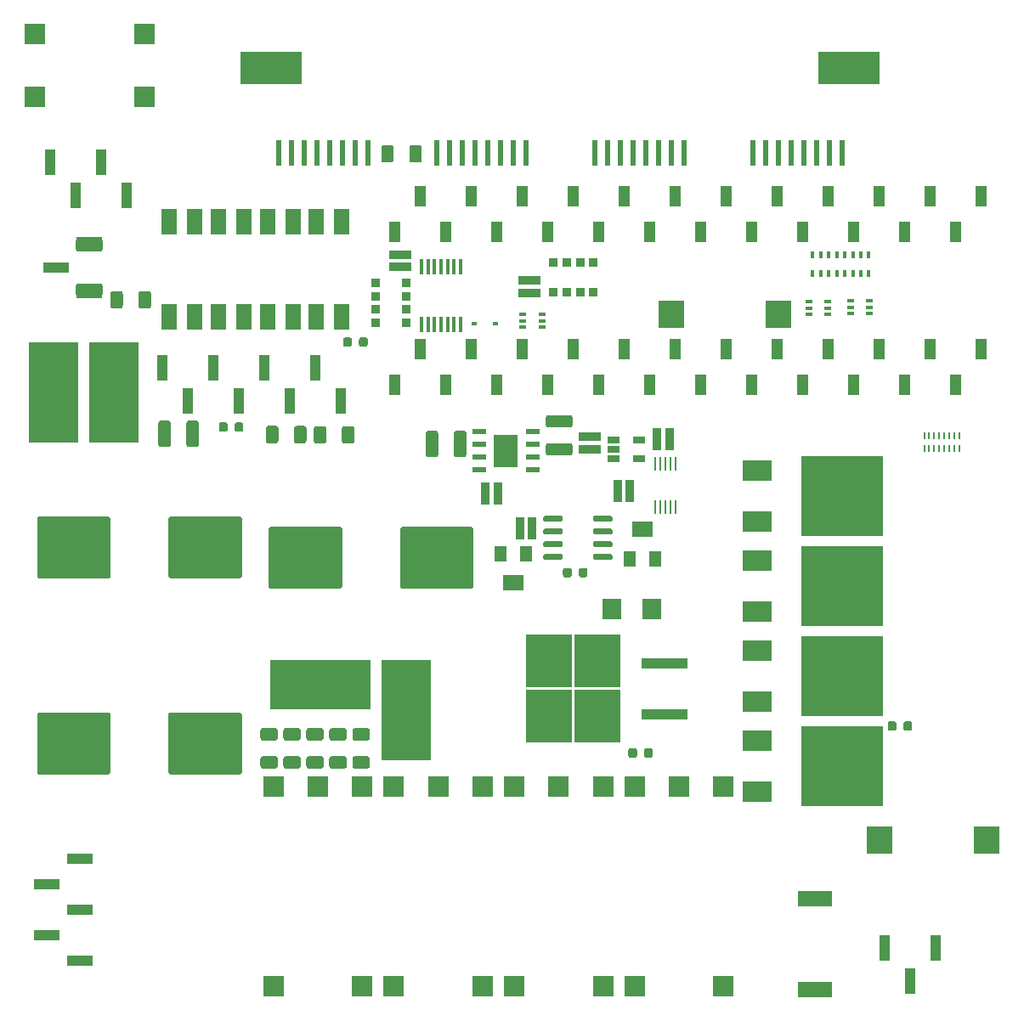
<source format=gbr>
%TF.GenerationSoftware,KiCad,Pcbnew,(5.1.6)-1*%
%TF.CreationDate,2020-09-14T21:14:26-07:00*%
%TF.ProjectId,Four Channel MHz LED Driver,466f7572-2043-4686-916e-6e656c204d48,rev?*%
%TF.SameCoordinates,Original*%
%TF.FileFunction,Paste,Top*%
%TF.FilePolarity,Positive*%
%FSLAX46Y46*%
G04 Gerber Fmt 4.6, Leading zero omitted, Abs format (unit mm)*
G04 Created by KiCad (PCBNEW (5.1.6)-1) date 2020-09-14 21:14:26*
%MOMM*%
%LPD*%
G01*
G04 APERTURE LIST*
%ADD10C,0.010000*%
%ADD11C,0.152400*%
%ADD12R,2.000000X2.000000*%
%ADD13R,0.450000X0.800000*%
%ADD14R,0.900000X0.900000*%
%ADD15R,1.000000X2.510000*%
%ADD16R,1.020000X1.905000*%
%ADD17R,1.500000X2.500000*%
%ADD18R,0.280000X1.470000*%
%ADD19R,0.900000X2.170000*%
%ADD20R,2.510000X1.000000*%
%ADD21R,3.000000X2.000000*%
%ADD22R,8.200000X8.000000*%
%ADD23R,0.410000X1.570000*%
%ADD24R,2.170000X0.900000*%
%ADD25R,1.955800X2.159000*%
%ADD26R,0.600000X0.450000*%
%ADD27R,2.600000X2.800000*%
%ADD28R,0.254000X0.685800*%
%ADD29R,1.270000X1.549400*%
%ADD30R,2.006600X1.549400*%
%ADD31R,1.371600X0.482600*%
%ADD32R,2.413000X3.200400*%
%ADD33R,1.220000X0.650000*%
%ADD34R,4.550000X5.250000*%
%ADD35R,4.600000X1.100000*%
%ADD36R,6.220000X3.180000*%
%ADD37R,0.560000X2.540000*%
%ADD38R,0.650000X0.400000*%
%ADD39R,3.500000X1.500000*%
%ADD40R,5.000000X10.000000*%
%ADD41R,10.000000X5.000000*%
G04 APERTURE END LIST*
D10*
%TO.C,U12*%
G36*
X101740000Y-42438000D02*
G01*
X102760000Y-42438000D01*
X102760000Y-44343000D01*
X101740000Y-44343000D01*
X101740000Y-42438000D01*
G37*
X101740000Y-42438000D02*
X102760000Y-42438000D01*
X102760000Y-44343000D01*
X101740000Y-44343000D01*
X101740000Y-42438000D01*
G36*
X104280000Y-45994000D02*
G01*
X105300000Y-45994000D01*
X105300000Y-47899000D01*
X104280000Y-47899000D01*
X104280000Y-45994000D01*
G37*
X104280000Y-45994000D02*
X105300000Y-45994000D01*
X105300000Y-47899000D01*
X104280000Y-47899000D01*
X104280000Y-45994000D01*
G36*
X132220000Y-42438000D02*
G01*
X133240000Y-42438000D01*
X133240000Y-44343000D01*
X132220000Y-44343000D01*
X132220000Y-42438000D01*
G37*
X132220000Y-42438000D02*
X133240000Y-42438000D01*
X133240000Y-44343000D01*
X132220000Y-44343000D01*
X132220000Y-42438000D01*
G36*
X122060000Y-42438000D02*
G01*
X123080000Y-42438000D01*
X123080000Y-44343000D01*
X122060000Y-44343000D01*
X122060000Y-42438000D01*
G37*
X122060000Y-42438000D02*
X123080000Y-42438000D01*
X123080000Y-44343000D01*
X122060000Y-44343000D01*
X122060000Y-42438000D01*
G36*
X111900000Y-42438000D02*
G01*
X112920000Y-42438000D01*
X112920000Y-44343000D01*
X111900000Y-44343000D01*
X111900000Y-42438000D01*
G37*
X111900000Y-42438000D02*
X112920000Y-42438000D01*
X112920000Y-44343000D01*
X111900000Y-44343000D01*
X111900000Y-42438000D01*
G36*
X116980000Y-42438000D02*
G01*
X118000000Y-42438000D01*
X118000000Y-44343000D01*
X116980000Y-44343000D01*
X116980000Y-42438000D01*
G37*
X116980000Y-42438000D02*
X118000000Y-42438000D01*
X118000000Y-44343000D01*
X116980000Y-44343000D01*
X116980000Y-42438000D01*
G36*
X94120000Y-45994000D02*
G01*
X95140000Y-45994000D01*
X95140000Y-47899000D01*
X94120000Y-47899000D01*
X94120000Y-45994000D01*
G37*
X94120000Y-45994000D02*
X95140000Y-45994000D01*
X95140000Y-47899000D01*
X94120000Y-47899000D01*
X94120000Y-45994000D01*
G36*
X106820000Y-42438000D02*
G01*
X107840000Y-42438000D01*
X107840000Y-44343000D01*
X106820000Y-44343000D01*
X106820000Y-42438000D01*
G37*
X106820000Y-42438000D02*
X107840000Y-42438000D01*
X107840000Y-44343000D01*
X106820000Y-44343000D01*
X106820000Y-42438000D01*
G36*
X129680000Y-45994000D02*
G01*
X130700000Y-45994000D01*
X130700000Y-47899000D01*
X129680000Y-47899000D01*
X129680000Y-45994000D01*
G37*
X129680000Y-45994000D02*
X130700000Y-45994000D01*
X130700000Y-47899000D01*
X129680000Y-47899000D01*
X129680000Y-45994000D01*
G36*
X127140000Y-42438000D02*
G01*
X128160000Y-42438000D01*
X128160000Y-44343000D01*
X127140000Y-44343000D01*
X127140000Y-42438000D01*
G37*
X127140000Y-42438000D02*
X128160000Y-42438000D01*
X128160000Y-44343000D01*
X127140000Y-44343000D01*
X127140000Y-42438000D01*
G36*
X124600000Y-45994000D02*
G01*
X125620000Y-45994000D01*
X125620000Y-47899000D01*
X124600000Y-47899000D01*
X124600000Y-45994000D01*
G37*
X124600000Y-45994000D02*
X125620000Y-45994000D01*
X125620000Y-47899000D01*
X124600000Y-47899000D01*
X124600000Y-45994000D01*
G36*
X91580000Y-42438000D02*
G01*
X92600000Y-42438000D01*
X92600000Y-44343000D01*
X91580000Y-44343000D01*
X91580000Y-42438000D01*
G37*
X91580000Y-42438000D02*
X92600000Y-42438000D01*
X92600000Y-44343000D01*
X91580000Y-44343000D01*
X91580000Y-42438000D01*
G36*
X119520000Y-45994000D02*
G01*
X120540000Y-45994000D01*
X120540000Y-47899000D01*
X119520000Y-47899000D01*
X119520000Y-45994000D01*
G37*
X119520000Y-45994000D02*
X120540000Y-45994000D01*
X120540000Y-47899000D01*
X119520000Y-47899000D01*
X119520000Y-45994000D01*
G36*
X96660000Y-42438000D02*
G01*
X97680000Y-42438000D01*
X97680000Y-44343000D01*
X96660000Y-44343000D01*
X96660000Y-42438000D01*
G37*
X96660000Y-42438000D02*
X97680000Y-42438000D01*
X97680000Y-44343000D01*
X96660000Y-44343000D01*
X96660000Y-42438000D01*
G36*
X114440000Y-45994000D02*
G01*
X115460000Y-45994000D01*
X115460000Y-47899000D01*
X114440000Y-47899000D01*
X114440000Y-45994000D01*
G37*
X114440000Y-45994000D02*
X115460000Y-45994000D01*
X115460000Y-47899000D01*
X114440000Y-47899000D01*
X114440000Y-45994000D01*
G36*
X109360000Y-45994000D02*
G01*
X110380000Y-45994000D01*
X110380000Y-47899000D01*
X109360000Y-47899000D01*
X109360000Y-45994000D01*
G37*
X109360000Y-45994000D02*
X110380000Y-45994000D01*
X110380000Y-47899000D01*
X109360000Y-47899000D01*
X109360000Y-45994000D01*
G36*
X99200000Y-45994000D02*
G01*
X100220000Y-45994000D01*
X100220000Y-47899000D01*
X99200000Y-47899000D01*
X99200000Y-45994000D01*
G37*
X99200000Y-45994000D02*
X100220000Y-45994000D01*
X100220000Y-47899000D01*
X99200000Y-47899000D01*
X99200000Y-45994000D01*
G36*
X78880000Y-45994000D02*
G01*
X79900000Y-45994000D01*
X79900000Y-47899000D01*
X78880000Y-47899000D01*
X78880000Y-45994000D01*
G37*
X78880000Y-45994000D02*
X79900000Y-45994000D01*
X79900000Y-47899000D01*
X78880000Y-47899000D01*
X78880000Y-45994000D01*
G36*
X73800000Y-45994000D02*
G01*
X74820000Y-45994000D01*
X74820000Y-47899000D01*
X73800000Y-47899000D01*
X73800000Y-45994000D01*
G37*
X73800000Y-45994000D02*
X74820000Y-45994000D01*
X74820000Y-47899000D01*
X73800000Y-47899000D01*
X73800000Y-45994000D01*
G36*
X89040000Y-45994000D02*
G01*
X90060000Y-45994000D01*
X90060000Y-47899000D01*
X89040000Y-47899000D01*
X89040000Y-45994000D01*
G37*
X89040000Y-45994000D02*
X90060000Y-45994000D01*
X90060000Y-47899000D01*
X89040000Y-47899000D01*
X89040000Y-45994000D01*
G36*
X76340000Y-42438000D02*
G01*
X77360000Y-42438000D01*
X77360000Y-44343000D01*
X76340000Y-44343000D01*
X76340000Y-42438000D01*
G37*
X76340000Y-42438000D02*
X77360000Y-42438000D01*
X77360000Y-44343000D01*
X76340000Y-44343000D01*
X76340000Y-42438000D01*
G36*
X86500000Y-42438000D02*
G01*
X87520000Y-42438000D01*
X87520000Y-44343000D01*
X86500000Y-44343000D01*
X86500000Y-42438000D01*
G37*
X86500000Y-42438000D02*
X87520000Y-42438000D01*
X87520000Y-44343000D01*
X86500000Y-44343000D01*
X86500000Y-42438000D01*
G36*
X83960000Y-45994000D02*
G01*
X84980000Y-45994000D01*
X84980000Y-47899000D01*
X83960000Y-47899000D01*
X83960000Y-45994000D01*
G37*
X83960000Y-45994000D02*
X84980000Y-45994000D01*
X84980000Y-47899000D01*
X83960000Y-47899000D01*
X83960000Y-45994000D01*
G36*
X81420000Y-42438000D02*
G01*
X82440000Y-42438000D01*
X82440000Y-44343000D01*
X81420000Y-44343000D01*
X81420000Y-42438000D01*
G37*
X81420000Y-42438000D02*
X82440000Y-42438000D01*
X82440000Y-44343000D01*
X81420000Y-44343000D01*
X81420000Y-42438000D01*
G36*
X132220000Y-57678000D02*
G01*
X133240000Y-57678000D01*
X133240000Y-59583000D01*
X132220000Y-59583000D01*
X132220000Y-57678000D01*
G37*
X132220000Y-57678000D02*
X133240000Y-57678000D01*
X133240000Y-59583000D01*
X132220000Y-59583000D01*
X132220000Y-57678000D01*
G36*
X129680000Y-61234000D02*
G01*
X130700000Y-61234000D01*
X130700000Y-63139000D01*
X129680000Y-63139000D01*
X129680000Y-61234000D01*
G37*
X129680000Y-61234000D02*
X130700000Y-61234000D01*
X130700000Y-63139000D01*
X129680000Y-63139000D01*
X129680000Y-61234000D01*
G36*
X127140000Y-57678000D02*
G01*
X128160000Y-57678000D01*
X128160000Y-59583000D01*
X127140000Y-59583000D01*
X127140000Y-57678000D01*
G37*
X127140000Y-57678000D02*
X128160000Y-57678000D01*
X128160000Y-59583000D01*
X127140000Y-59583000D01*
X127140000Y-57678000D01*
G36*
X124600000Y-61234000D02*
G01*
X125620000Y-61234000D01*
X125620000Y-63139000D01*
X124600000Y-63139000D01*
X124600000Y-61234000D01*
G37*
X124600000Y-61234000D02*
X125620000Y-61234000D01*
X125620000Y-63139000D01*
X124600000Y-63139000D01*
X124600000Y-61234000D01*
G36*
X122060000Y-57678000D02*
G01*
X123080000Y-57678000D01*
X123080000Y-59583000D01*
X122060000Y-59583000D01*
X122060000Y-57678000D01*
G37*
X122060000Y-57678000D02*
X123080000Y-57678000D01*
X123080000Y-59583000D01*
X122060000Y-59583000D01*
X122060000Y-57678000D01*
G36*
X119520000Y-61234000D02*
G01*
X120540000Y-61234000D01*
X120540000Y-63139000D01*
X119520000Y-63139000D01*
X119520000Y-61234000D01*
G37*
X119520000Y-61234000D02*
X120540000Y-61234000D01*
X120540000Y-63139000D01*
X119520000Y-63139000D01*
X119520000Y-61234000D01*
G36*
X116980000Y-57678000D02*
G01*
X118000000Y-57678000D01*
X118000000Y-59583000D01*
X116980000Y-59583000D01*
X116980000Y-57678000D01*
G37*
X116980000Y-57678000D02*
X118000000Y-57678000D01*
X118000000Y-59583000D01*
X116980000Y-59583000D01*
X116980000Y-57678000D01*
G36*
X114440000Y-61234000D02*
G01*
X115460000Y-61234000D01*
X115460000Y-63139000D01*
X114440000Y-63139000D01*
X114440000Y-61234000D01*
G37*
X114440000Y-61234000D02*
X115460000Y-61234000D01*
X115460000Y-63139000D01*
X114440000Y-63139000D01*
X114440000Y-61234000D01*
G36*
X111900000Y-57678000D02*
G01*
X112920000Y-57678000D01*
X112920000Y-59583000D01*
X111900000Y-59583000D01*
X111900000Y-57678000D01*
G37*
X111900000Y-57678000D02*
X112920000Y-57678000D01*
X112920000Y-59583000D01*
X111900000Y-59583000D01*
X111900000Y-57678000D01*
G36*
X109360000Y-61234000D02*
G01*
X110380000Y-61234000D01*
X110380000Y-63139000D01*
X109360000Y-63139000D01*
X109360000Y-61234000D01*
G37*
X109360000Y-61234000D02*
X110380000Y-61234000D01*
X110380000Y-63139000D01*
X109360000Y-63139000D01*
X109360000Y-61234000D01*
G36*
X106820000Y-57678000D02*
G01*
X107840000Y-57678000D01*
X107840000Y-59583000D01*
X106820000Y-59583000D01*
X106820000Y-57678000D01*
G37*
X106820000Y-57678000D02*
X107840000Y-57678000D01*
X107840000Y-59583000D01*
X106820000Y-59583000D01*
X106820000Y-57678000D01*
G36*
X104280000Y-61234000D02*
G01*
X105300000Y-61234000D01*
X105300000Y-63139000D01*
X104280000Y-63139000D01*
X104280000Y-61234000D01*
G37*
X104280000Y-61234000D02*
X105300000Y-61234000D01*
X105300000Y-63139000D01*
X104280000Y-63139000D01*
X104280000Y-61234000D01*
G36*
X101740000Y-57678000D02*
G01*
X102760000Y-57678000D01*
X102760000Y-59583000D01*
X101740000Y-59583000D01*
X101740000Y-57678000D01*
G37*
X101740000Y-57678000D02*
X102760000Y-57678000D01*
X102760000Y-59583000D01*
X101740000Y-59583000D01*
X101740000Y-57678000D01*
G36*
X99200000Y-61234000D02*
G01*
X100220000Y-61234000D01*
X100220000Y-63139000D01*
X99200000Y-63139000D01*
X99200000Y-61234000D01*
G37*
X99200000Y-61234000D02*
X100220000Y-61234000D01*
X100220000Y-63139000D01*
X99200000Y-63139000D01*
X99200000Y-61234000D01*
G36*
X96660000Y-57678000D02*
G01*
X97680000Y-57678000D01*
X97680000Y-59583000D01*
X96660000Y-59583000D01*
X96660000Y-57678000D01*
G37*
X96660000Y-57678000D02*
X97680000Y-57678000D01*
X97680000Y-59583000D01*
X96660000Y-59583000D01*
X96660000Y-57678000D01*
G36*
X94120000Y-61234000D02*
G01*
X95140000Y-61234000D01*
X95140000Y-63139000D01*
X94120000Y-63139000D01*
X94120000Y-61234000D01*
G37*
X94120000Y-61234000D02*
X95140000Y-61234000D01*
X95140000Y-63139000D01*
X94120000Y-63139000D01*
X94120000Y-61234000D01*
G36*
X91580000Y-57678000D02*
G01*
X92600000Y-57678000D01*
X92600000Y-59583000D01*
X91580000Y-59583000D01*
X91580000Y-57678000D01*
G37*
X91580000Y-57678000D02*
X92600000Y-57678000D01*
X92600000Y-59583000D01*
X91580000Y-59583000D01*
X91580000Y-57678000D01*
G36*
X89040000Y-61234000D02*
G01*
X90060000Y-61234000D01*
X90060000Y-63139000D01*
X89040000Y-63139000D01*
X89040000Y-61234000D01*
G37*
X89040000Y-61234000D02*
X90060000Y-61234000D01*
X90060000Y-63139000D01*
X89040000Y-63139000D01*
X89040000Y-61234000D01*
G36*
X86500000Y-57678000D02*
G01*
X87520000Y-57678000D01*
X87520000Y-59583000D01*
X86500000Y-59583000D01*
X86500000Y-57678000D01*
G37*
X86500000Y-57678000D02*
X87520000Y-57678000D01*
X87520000Y-59583000D01*
X86500000Y-59583000D01*
X86500000Y-57678000D01*
G36*
X83960000Y-61234000D02*
G01*
X84980000Y-61234000D01*
X84980000Y-63139000D01*
X83960000Y-63139000D01*
X83960000Y-61234000D01*
G37*
X83960000Y-61234000D02*
X84980000Y-61234000D01*
X84980000Y-63139000D01*
X83960000Y-63139000D01*
X83960000Y-61234000D01*
G36*
X81420000Y-57678000D02*
G01*
X82440000Y-57678000D01*
X82440000Y-59583000D01*
X81420000Y-59583000D01*
X81420000Y-57678000D01*
G37*
X81420000Y-57678000D02*
X82440000Y-57678000D01*
X82440000Y-59583000D01*
X81420000Y-59583000D01*
X81420000Y-57678000D01*
G36*
X78880000Y-61234000D02*
G01*
X79900000Y-61234000D01*
X79900000Y-63139000D01*
X78880000Y-63139000D01*
X78880000Y-61234000D01*
G37*
X78880000Y-61234000D02*
X79900000Y-61234000D01*
X79900000Y-63139000D01*
X78880000Y-63139000D01*
X78880000Y-61234000D01*
G36*
X76340000Y-57678000D02*
G01*
X77360000Y-57678000D01*
X77360000Y-59583000D01*
X76340000Y-59583000D01*
X76340000Y-57678000D01*
G37*
X76340000Y-57678000D02*
X77360000Y-57678000D01*
X77360000Y-59583000D01*
X76340000Y-59583000D01*
X76340000Y-57678000D01*
G36*
X73800000Y-61234000D02*
G01*
X74820000Y-61234000D01*
X74820000Y-63139000D01*
X73800000Y-63139000D01*
X73800000Y-61234000D01*
G37*
X73800000Y-61234000D02*
X74820000Y-61234000D01*
X74820000Y-63139000D01*
X73800000Y-63139000D01*
X73800000Y-61234000D01*
D11*
%TO.C,U5*%
X84343500Y-68710000D02*
X86556500Y-68710000D01*
X84343500Y-67309800D02*
X84343500Y-68710000D01*
X86556500Y-67309800D02*
X84343500Y-67309800D01*
X86556500Y-68710000D02*
X86556500Y-67309800D01*
X84343500Y-70310200D02*
X86556500Y-70310200D01*
X84343500Y-68910000D02*
X84343500Y-70310200D01*
X86556500Y-68910000D02*
X84343500Y-68910000D01*
X86556500Y-70310200D02*
X86556500Y-68910000D01*
%TD*%
D12*
%TO.C,J1*%
X38470000Y-27280000D03*
X38470000Y-33480000D03*
X49470000Y-33480000D03*
X49470000Y-27280000D03*
%TD*%
D13*
%TO.C,RN3*%
X116010000Y-49285000D03*
X116010000Y-51095000D03*
X116810000Y-49285000D03*
X116810000Y-51095000D03*
X117610000Y-49285000D03*
X117610000Y-51095000D03*
X118410000Y-49285000D03*
X118410000Y-51095000D03*
X119210000Y-49285000D03*
X119210000Y-51095000D03*
X120010000Y-49285000D03*
X120010000Y-51095000D03*
X120810000Y-49285000D03*
X120810000Y-51095000D03*
X121610000Y-49285000D03*
X121610000Y-51095000D03*
%TD*%
%TO.C,C3*%
G36*
G01*
X74920000Y-82406400D02*
X74920000Y-76553600D01*
G75*
G02*
X75093600Y-76380000I173600J0D01*
G01*
X82046400Y-76380000D01*
G75*
G02*
X82220000Y-76553600I0J-173600D01*
G01*
X82220000Y-82406400D01*
G75*
G02*
X82046400Y-82580000I-173600J0D01*
G01*
X75093600Y-82580000D01*
G75*
G02*
X74920000Y-82406400I0J173600D01*
G01*
G37*
G36*
G01*
X61820000Y-82406400D02*
X61820000Y-76553600D01*
G75*
G02*
X61993600Y-76380000I173600J0D01*
G01*
X68946400Y-76380000D01*
G75*
G02*
X69120000Y-76553600I0J-173600D01*
G01*
X69120000Y-82406400D01*
G75*
G02*
X68946400Y-82580000I-173600J0D01*
G01*
X61993600Y-82580000D01*
G75*
G02*
X61820000Y-82406400I0J173600D01*
G01*
G37*
%TD*%
%TO.C,C2*%
G36*
G01*
X46030000Y-95033600D02*
X46030000Y-100886400D01*
G75*
G02*
X45856400Y-101060000I-173600J0D01*
G01*
X38903600Y-101060000D01*
G75*
G02*
X38730000Y-100886400I0J173600D01*
G01*
X38730000Y-95033600D01*
G75*
G02*
X38903600Y-94860000I173600J0D01*
G01*
X45856400Y-94860000D01*
G75*
G02*
X46030000Y-95033600I0J-173600D01*
G01*
G37*
G36*
G01*
X59130000Y-95033600D02*
X59130000Y-100886400D01*
G75*
G02*
X58956400Y-101060000I-173600J0D01*
G01*
X52003600Y-101060000D01*
G75*
G02*
X51830000Y-100886400I0J173600D01*
G01*
X51830000Y-95033600D01*
G75*
G02*
X52003600Y-94860000I173600J0D01*
G01*
X58956400Y-94860000D01*
G75*
G02*
X59130000Y-95033600I0J-173600D01*
G01*
G37*
%TD*%
%TO.C,C1*%
G36*
G01*
X46030000Y-75523600D02*
X46030000Y-81376400D01*
G75*
G02*
X45856400Y-81550000I-173600J0D01*
G01*
X38903600Y-81550000D01*
G75*
G02*
X38730000Y-81376400I0J173600D01*
G01*
X38730000Y-75523600D01*
G75*
G02*
X38903600Y-75350000I173600J0D01*
G01*
X45856400Y-75350000D01*
G75*
G02*
X46030000Y-75523600I0J-173600D01*
G01*
G37*
G36*
G01*
X59130000Y-75523600D02*
X59130000Y-81376400D01*
G75*
G02*
X58956400Y-81550000I-173600J0D01*
G01*
X52003600Y-81550000D01*
G75*
G02*
X51830000Y-81376400I0J173600D01*
G01*
X51830000Y-75523600D01*
G75*
G02*
X52003600Y-75350000I173600J0D01*
G01*
X58956400Y-75350000D01*
G75*
G02*
X59130000Y-75523600I0J-173600D01*
G01*
G37*
%TD*%
D14*
%TO.C,RN2*%
X91510000Y-52990000D03*
X90170000Y-52990000D03*
X94170000Y-52990000D03*
X92830000Y-52990000D03*
X91510000Y-49990000D03*
X92830000Y-49990000D03*
X90170000Y-49990000D03*
X94170000Y-49990000D03*
%TD*%
D15*
%TO.C,U3*%
X66410000Y-60520000D03*
X61330000Y-60520000D03*
X56250000Y-60520000D03*
X51170000Y-60520000D03*
X68950000Y-63830000D03*
X63870000Y-63830000D03*
X58790000Y-63830000D03*
X53710000Y-63830000D03*
%TD*%
%TO.C,U7*%
G36*
G01*
X91105000Y-79230000D02*
X91105000Y-79530000D01*
G75*
G02*
X90955000Y-79680000I-150000J0D01*
G01*
X89305000Y-79680000D01*
G75*
G02*
X89155000Y-79530000I0J150000D01*
G01*
X89155000Y-79230000D01*
G75*
G02*
X89305000Y-79080000I150000J0D01*
G01*
X90955000Y-79080000D01*
G75*
G02*
X91105000Y-79230000I0J-150000D01*
G01*
G37*
G36*
G01*
X91105000Y-77960000D02*
X91105000Y-78260000D01*
G75*
G02*
X90955000Y-78410000I-150000J0D01*
G01*
X89305000Y-78410000D01*
G75*
G02*
X89155000Y-78260000I0J150000D01*
G01*
X89155000Y-77960000D01*
G75*
G02*
X89305000Y-77810000I150000J0D01*
G01*
X90955000Y-77810000D01*
G75*
G02*
X91105000Y-77960000I0J-150000D01*
G01*
G37*
G36*
G01*
X91105000Y-76690000D02*
X91105000Y-76990000D01*
G75*
G02*
X90955000Y-77140000I-150000J0D01*
G01*
X89305000Y-77140000D01*
G75*
G02*
X89155000Y-76990000I0J150000D01*
G01*
X89155000Y-76690000D01*
G75*
G02*
X89305000Y-76540000I150000J0D01*
G01*
X90955000Y-76540000D01*
G75*
G02*
X91105000Y-76690000I0J-150000D01*
G01*
G37*
G36*
G01*
X91105000Y-75420000D02*
X91105000Y-75720000D01*
G75*
G02*
X90955000Y-75870000I-150000J0D01*
G01*
X89305000Y-75870000D01*
G75*
G02*
X89155000Y-75720000I0J150000D01*
G01*
X89155000Y-75420000D01*
G75*
G02*
X89305000Y-75270000I150000J0D01*
G01*
X90955000Y-75270000D01*
G75*
G02*
X91105000Y-75420000I0J-150000D01*
G01*
G37*
G36*
G01*
X96055000Y-75420000D02*
X96055000Y-75720000D01*
G75*
G02*
X95905000Y-75870000I-150000J0D01*
G01*
X94255000Y-75870000D01*
G75*
G02*
X94105000Y-75720000I0J150000D01*
G01*
X94105000Y-75420000D01*
G75*
G02*
X94255000Y-75270000I150000J0D01*
G01*
X95905000Y-75270000D01*
G75*
G02*
X96055000Y-75420000I0J-150000D01*
G01*
G37*
G36*
G01*
X96055000Y-76690000D02*
X96055000Y-76990000D01*
G75*
G02*
X95905000Y-77140000I-150000J0D01*
G01*
X94255000Y-77140000D01*
G75*
G02*
X94105000Y-76990000I0J150000D01*
G01*
X94105000Y-76690000D01*
G75*
G02*
X94255000Y-76540000I150000J0D01*
G01*
X95905000Y-76540000D01*
G75*
G02*
X96055000Y-76690000I0J-150000D01*
G01*
G37*
G36*
G01*
X96055000Y-77960000D02*
X96055000Y-78260000D01*
G75*
G02*
X95905000Y-78410000I-150000J0D01*
G01*
X94255000Y-78410000D01*
G75*
G02*
X94105000Y-78260000I0J150000D01*
G01*
X94105000Y-77960000D01*
G75*
G02*
X94255000Y-77810000I150000J0D01*
G01*
X95905000Y-77810000D01*
G75*
G02*
X96055000Y-77960000I0J-150000D01*
G01*
G37*
G36*
G01*
X96055000Y-79230000D02*
X96055000Y-79530000D01*
G75*
G02*
X95905000Y-79680000I-150000J0D01*
G01*
X94255000Y-79680000D01*
G75*
G02*
X94105000Y-79530000I0J150000D01*
G01*
X94105000Y-79230000D01*
G75*
G02*
X94255000Y-79080000I150000J0D01*
G01*
X95905000Y-79080000D01*
G75*
G02*
X96055000Y-79230000I0J-150000D01*
G01*
G37*
%TD*%
D16*
%TO.C,U12*%
X132730000Y-58630000D03*
X130190000Y-62186000D03*
X127650000Y-58630000D03*
X125110000Y-62186000D03*
X122570000Y-58630000D03*
X120030000Y-62186000D03*
X117490000Y-58630000D03*
X114950000Y-62186000D03*
X112410000Y-58630000D03*
X109870000Y-62186000D03*
X107330000Y-58630000D03*
X104790000Y-62186000D03*
X102250000Y-58630000D03*
X99710000Y-62186000D03*
X97170000Y-58630000D03*
X94630000Y-62186000D03*
X92090000Y-58630000D03*
X89550000Y-62186000D03*
X87010000Y-58630000D03*
X84470000Y-62186000D03*
X81930000Y-58630000D03*
X79390000Y-62186000D03*
X76850000Y-58630000D03*
X74310000Y-62186000D03*
X84470000Y-46946000D03*
X102250000Y-43390000D03*
X112410000Y-43390000D03*
X117490000Y-43390000D03*
X127650000Y-43390000D03*
X130190000Y-46946000D03*
X97170000Y-43390000D03*
X79390000Y-46946000D03*
X87010000Y-43390000D03*
X92090000Y-43390000D03*
X94630000Y-46946000D03*
X107330000Y-43390000D03*
X120030000Y-46946000D03*
X109870000Y-46946000D03*
X122570000Y-43390000D03*
X74310000Y-46946000D03*
X89550000Y-46946000D03*
X76850000Y-43390000D03*
X81930000Y-43390000D03*
X99710000Y-46946000D03*
X114950000Y-46946000D03*
X125110000Y-46946000D03*
X132730000Y-43390000D03*
X104790000Y-46946000D03*
%TD*%
D17*
%TO.C,U11*%
X66560000Y-45930000D03*
X69100000Y-45930000D03*
X69100000Y-55430000D03*
X66560000Y-55430000D03*
%TD*%
%TO.C,U10*%
X61670000Y-45930000D03*
X64210000Y-45930000D03*
X64210000Y-55430000D03*
X61670000Y-55430000D03*
%TD*%
%TO.C,U9*%
X56780000Y-45930000D03*
X59320000Y-45930000D03*
X59320000Y-55430000D03*
X56780000Y-55430000D03*
%TD*%
%TO.C,U8*%
X51890000Y-45930000D03*
X54430000Y-45930000D03*
X54430000Y-55430000D03*
X51890000Y-55430000D03*
%TD*%
D18*
%TO.C,U4*%
X102360000Y-70070000D03*
X101860000Y-70070000D03*
X101360000Y-70070000D03*
X100860000Y-70070000D03*
X100360000Y-70070000D03*
X100360000Y-74370000D03*
X100860000Y-74370000D03*
X101360000Y-74370000D03*
X101860000Y-74370000D03*
X102360000Y-74370000D03*
%TD*%
D19*
%TO.C,C16*%
X101740000Y-67640000D03*
X100520000Y-67640000D03*
%TD*%
D20*
%TO.C,U1*%
X43920000Y-53080000D03*
X43920000Y-48000000D03*
X40610000Y-50540000D03*
%TD*%
D21*
%TO.C,R6*%
X110510000Y-102810000D03*
X110510000Y-97730000D03*
D22*
X118910000Y-100270000D03*
%TD*%
D21*
%TO.C,R5*%
X110510000Y-93810000D03*
X110510000Y-88730000D03*
D22*
X118910000Y-91270000D03*
%TD*%
D21*
%TO.C,R4*%
X110510000Y-84800000D03*
X110510000Y-79720000D03*
D22*
X118910000Y-82260000D03*
%TD*%
D21*
%TO.C,R3*%
X110520000Y-75810000D03*
X110520000Y-70730000D03*
D22*
X118920000Y-73270000D03*
%TD*%
D23*
%TO.C,U2*%
X77030000Y-56200000D03*
X77680000Y-56200000D03*
X78330000Y-56200000D03*
X78980000Y-56200000D03*
X79630000Y-56200000D03*
X80280000Y-56200000D03*
X80930000Y-56200000D03*
X80930000Y-50460000D03*
X80280000Y-50460000D03*
X79630000Y-50460000D03*
X78980000Y-50460000D03*
X78330000Y-50460000D03*
X77680000Y-50460000D03*
X77030000Y-50460000D03*
%TD*%
%TO.C,C4*%
G36*
G01*
X62475000Y-97685000D02*
X61225000Y-97685000D01*
G75*
G02*
X60975000Y-97435000I0J250000D01*
G01*
X60975000Y-96685000D01*
G75*
G02*
X61225000Y-96435000I250000J0D01*
G01*
X62475000Y-96435000D01*
G75*
G02*
X62725000Y-96685000I0J-250000D01*
G01*
X62725000Y-97435000D01*
G75*
G02*
X62475000Y-97685000I-250000J0D01*
G01*
G37*
G36*
G01*
X62475000Y-100485000D02*
X61225000Y-100485000D01*
G75*
G02*
X60975000Y-100235000I0J250000D01*
G01*
X60975000Y-99485000D01*
G75*
G02*
X61225000Y-99235000I250000J0D01*
G01*
X62475000Y-99235000D01*
G75*
G02*
X62725000Y-99485000I0J-250000D01*
G01*
X62725000Y-100235000D01*
G75*
G02*
X62475000Y-100485000I-250000J0D01*
G01*
G37*
%TD*%
%TO.C,C10*%
G36*
G01*
X47275000Y-53125000D02*
X47275000Y-54375000D01*
G75*
G02*
X47025000Y-54625000I-250000J0D01*
G01*
X46275000Y-54625000D01*
G75*
G02*
X46025000Y-54375000I0J250000D01*
G01*
X46025000Y-53125000D01*
G75*
G02*
X46275000Y-52875000I250000J0D01*
G01*
X47025000Y-52875000D01*
G75*
G02*
X47275000Y-53125000I0J-250000D01*
G01*
G37*
G36*
G01*
X50075000Y-53125000D02*
X50075000Y-54375000D01*
G75*
G02*
X49825000Y-54625000I-250000J0D01*
G01*
X49075000Y-54625000D01*
G75*
G02*
X48825000Y-54375000I0J250000D01*
G01*
X48825000Y-53125000D01*
G75*
G02*
X49075000Y-52875000I250000J0D01*
G01*
X49825000Y-52875000D01*
G75*
G02*
X50075000Y-53125000I0J-250000D01*
G01*
G37*
%TD*%
%TO.C,C14*%
G36*
G01*
X62775000Y-66565000D02*
X62775000Y-67815000D01*
G75*
G02*
X62525000Y-68065000I-250000J0D01*
G01*
X61775000Y-68065000D01*
G75*
G02*
X61525000Y-67815000I0J250000D01*
G01*
X61525000Y-66565000D01*
G75*
G02*
X61775000Y-66315000I250000J0D01*
G01*
X62525000Y-66315000D01*
G75*
G02*
X62775000Y-66565000I0J-250000D01*
G01*
G37*
G36*
G01*
X65575000Y-66565000D02*
X65575000Y-67815000D01*
G75*
G02*
X65325000Y-68065000I-250000J0D01*
G01*
X64575000Y-68065000D01*
G75*
G02*
X64325000Y-67815000I0J250000D01*
G01*
X64325000Y-66565000D01*
G75*
G02*
X64575000Y-66315000I250000J0D01*
G01*
X65325000Y-66315000D01*
G75*
G02*
X65575000Y-66565000I0J-250000D01*
G01*
G37*
%TD*%
D24*
%TO.C,C17*%
X93810000Y-68630000D03*
X93810000Y-67410000D03*
%TD*%
D19*
%TO.C,C18*%
X83400000Y-73080000D03*
X84620000Y-73080000D03*
%TD*%
D24*
%TO.C,C15*%
X87800000Y-53060000D03*
X87800000Y-51840000D03*
%TD*%
%TO.C,C11*%
G36*
G01*
X70102500Y-57713750D02*
X70102500Y-58226250D01*
G75*
G02*
X69883750Y-58445000I-218750J0D01*
G01*
X69446250Y-58445000D01*
G75*
G02*
X69227500Y-58226250I0J218750D01*
G01*
X69227500Y-57713750D01*
G75*
G02*
X69446250Y-57495000I218750J0D01*
G01*
X69883750Y-57495000D01*
G75*
G02*
X70102500Y-57713750I0J-218750D01*
G01*
G37*
G36*
G01*
X71677500Y-57713750D02*
X71677500Y-58226250D01*
G75*
G02*
X71458750Y-58445000I-218750J0D01*
G01*
X71021250Y-58445000D01*
G75*
G02*
X70802500Y-58226250I0J218750D01*
G01*
X70802500Y-57713750D01*
G75*
G02*
X71021250Y-57495000I218750J0D01*
G01*
X71458750Y-57495000D01*
G75*
G02*
X71677500Y-57713750I0J-218750D01*
G01*
G37*
%TD*%
%TO.C,C12*%
G36*
G01*
X57717500Y-66183750D02*
X57717500Y-66696250D01*
G75*
G02*
X57498750Y-66915000I-218750J0D01*
G01*
X57061250Y-66915000D01*
G75*
G02*
X56842500Y-66696250I0J218750D01*
G01*
X56842500Y-66183750D01*
G75*
G02*
X57061250Y-65965000I218750J0D01*
G01*
X57498750Y-65965000D01*
G75*
G02*
X57717500Y-66183750I0J-218750D01*
G01*
G37*
G36*
G01*
X59292500Y-66183750D02*
X59292500Y-66696250D01*
G75*
G02*
X59073750Y-66915000I-218750J0D01*
G01*
X58636250Y-66915000D01*
G75*
G02*
X58417500Y-66696250I0J218750D01*
G01*
X58417500Y-66183750D01*
G75*
G02*
X58636250Y-65965000I218750J0D01*
G01*
X59073750Y-65965000D01*
G75*
G02*
X59292500Y-66183750I0J-218750D01*
G01*
G37*
%TD*%
D25*
%TO.C,D5*%
X99960000Y-84610000D03*
X96023000Y-84610000D03*
%TD*%
D26*
%TO.C,D4*%
X82290000Y-56090000D03*
X84390000Y-56090000D03*
%TD*%
%TO.C,JP3*%
G36*
G01*
X75815000Y-39825000D02*
X75815000Y-38575000D01*
G75*
G02*
X76065000Y-38325000I250000J0D01*
G01*
X76815000Y-38325000D01*
G75*
G02*
X77065000Y-38575000I0J-250000D01*
G01*
X77065000Y-39825000D01*
G75*
G02*
X76815000Y-40075000I-250000J0D01*
G01*
X76065000Y-40075000D01*
G75*
G02*
X75815000Y-39825000I0J250000D01*
G01*
G37*
G36*
G01*
X73015000Y-39825000D02*
X73015000Y-38575000D01*
G75*
G02*
X73265000Y-38325000I250000J0D01*
G01*
X74015000Y-38325000D01*
G75*
G02*
X74265000Y-38575000I0J-250000D01*
G01*
X74265000Y-39825000D01*
G75*
G02*
X74015000Y-40075000I-250000J0D01*
G01*
X73265000Y-40075000D01*
G75*
G02*
X73015000Y-39825000I0J250000D01*
G01*
G37*
%TD*%
D27*
%TO.C,JP5*%
X122650000Y-107580000D03*
X133350000Y-107580000D03*
%TD*%
%TO.C,JP2*%
G36*
G01*
X45005001Y-48965000D02*
X42854999Y-48965000D01*
G75*
G02*
X42605000Y-48715001I0J249999D01*
G01*
X42605000Y-47864999D01*
G75*
G02*
X42854999Y-47615000I249999J0D01*
G01*
X45005001Y-47615000D01*
G75*
G02*
X45255000Y-47864999I0J-249999D01*
G01*
X45255000Y-48715001D01*
G75*
G02*
X45005001Y-48965000I-249999J0D01*
G01*
G37*
G36*
G01*
X45005001Y-53465000D02*
X42854999Y-53465000D01*
G75*
G02*
X42605000Y-53215001I0J249999D01*
G01*
X42605000Y-52364999D01*
G75*
G02*
X42854999Y-52115000I249999J0D01*
G01*
X45005001Y-52115000D01*
G75*
G02*
X45255000Y-52364999I0J-249999D01*
G01*
X45255000Y-53215001D01*
G75*
G02*
X45005001Y-53465000I-249999J0D01*
G01*
G37*
%TD*%
%TO.C,R1*%
G36*
G01*
X89675000Y-68025000D02*
X91825000Y-68025000D01*
G75*
G02*
X92075000Y-68275000I0J-250000D01*
G01*
X92075000Y-69025000D01*
G75*
G02*
X91825000Y-69275000I-250000J0D01*
G01*
X89675000Y-69275000D01*
G75*
G02*
X89425000Y-69025000I0J250000D01*
G01*
X89425000Y-68275000D01*
G75*
G02*
X89675000Y-68025000I250000J0D01*
G01*
G37*
G36*
G01*
X89675000Y-65225000D02*
X91825000Y-65225000D01*
G75*
G02*
X92075000Y-65475000I0J-250000D01*
G01*
X92075000Y-66225000D01*
G75*
G02*
X91825000Y-66475000I-250000J0D01*
G01*
X89675000Y-66475000D01*
G75*
G02*
X89425000Y-66225000I0J250000D01*
G01*
X89425000Y-65475000D01*
G75*
G02*
X89675000Y-65225000I250000J0D01*
G01*
G37*
%TD*%
%TO.C,R2*%
G36*
G01*
X80255000Y-69205000D02*
X80255000Y-67055000D01*
G75*
G02*
X80505000Y-66805000I250000J0D01*
G01*
X81255000Y-66805000D01*
G75*
G02*
X81505000Y-67055000I0J-250000D01*
G01*
X81505000Y-69205000D01*
G75*
G02*
X81255000Y-69455000I-250000J0D01*
G01*
X80505000Y-69455000D01*
G75*
G02*
X80255000Y-69205000I0J250000D01*
G01*
G37*
G36*
G01*
X77455000Y-69205000D02*
X77455000Y-67055000D01*
G75*
G02*
X77705000Y-66805000I250000J0D01*
G01*
X78455000Y-66805000D01*
G75*
G02*
X78705000Y-67055000I0J-250000D01*
G01*
X78705000Y-69205000D01*
G75*
G02*
X78455000Y-69455000I-250000J0D01*
G01*
X77705000Y-69455000D01*
G75*
G02*
X77455000Y-69205000I0J250000D01*
G01*
G37*
%TD*%
D28*
%TO.C,RN1*%
X130620003Y-67289600D03*
X130120001Y-67289600D03*
X129620002Y-67289600D03*
X129120001Y-67289600D03*
X128620001Y-67289600D03*
X128120003Y-67289600D03*
X127620001Y-67289600D03*
X127120002Y-67289600D03*
X127119999Y-68580000D03*
X127620001Y-68580000D03*
X128120000Y-68580000D03*
X128620001Y-68580000D03*
X129120001Y-68580000D03*
X129619999Y-68580000D03*
X130120001Y-68580000D03*
X130620000Y-68580000D03*
%TD*%
D29*
%TO.C,RV2*%
X87410000Y-79034400D03*
D30*
X86140000Y-81930000D03*
D29*
X84870000Y-79034400D03*
%TD*%
D15*
%TO.C,RV1*%
X128220000Y-118385000D03*
X123140000Y-118385000D03*
X125680000Y-121695000D03*
%TD*%
D20*
%TO.C,SW5*%
X42980000Y-119660000D03*
X42980000Y-114580000D03*
X42980000Y-109500000D03*
X39670000Y-117120000D03*
X39670000Y-112040000D03*
%TD*%
D12*
%TO.C,SW3*%
X86270000Y-122140000D03*
X95130000Y-122140000D03*
X90700000Y-102250000D03*
X86270000Y-102250000D03*
X95130000Y-102250000D03*
%TD*%
D31*
%TO.C,U5*%
X88117000Y-70715000D03*
X88117000Y-69445000D03*
X88117000Y-68175000D03*
X88117000Y-66905000D03*
X82783000Y-66905000D03*
X82783000Y-68175000D03*
X82783000Y-69445000D03*
X82783000Y-70715000D03*
D32*
X85450000Y-68810000D03*
%TD*%
D33*
%TO.C,U6*%
X98750000Y-67710000D03*
X98750000Y-69610000D03*
X96130000Y-69610000D03*
X96130000Y-68660000D03*
X96130000Y-67710000D03*
%TD*%
D34*
%TO.C,Q1*%
X94560000Y-89720000D03*
X89710000Y-95270000D03*
X94560000Y-95270000D03*
X89710000Y-89720000D03*
D35*
X101285000Y-89955000D03*
X101285000Y-95035000D03*
%TD*%
D36*
%TO.C,J3*%
X119632500Y-30680000D03*
X62072500Y-30680000D03*
D37*
X118915000Y-39130000D03*
X117645000Y-39130000D03*
X116375000Y-39130000D03*
X115105000Y-39130000D03*
X113835000Y-39130000D03*
X112565000Y-39130000D03*
X111295000Y-39130000D03*
X110025000Y-39130000D03*
X103170000Y-39130000D03*
X101900000Y-39130000D03*
X100630000Y-39130000D03*
X99360000Y-39130000D03*
X98090000Y-39130000D03*
X96820000Y-39130000D03*
X95550000Y-39130000D03*
X94280000Y-39130000D03*
X87425000Y-39130000D03*
X86155000Y-39130000D03*
X84885000Y-39130000D03*
X83615000Y-39130000D03*
X82345000Y-39130000D03*
X81075000Y-39130000D03*
X79805000Y-39130000D03*
X78535000Y-39130000D03*
X71680000Y-39130000D03*
X70410000Y-39130000D03*
X69140000Y-39130000D03*
X67870000Y-39130000D03*
X66600000Y-39130000D03*
X65330000Y-39130000D03*
X64060000Y-39130000D03*
X62790000Y-39130000D03*
%TD*%
%TO.C,TH2*%
G36*
G01*
X124350000Y-95983750D02*
X124350000Y-96496250D01*
G75*
G02*
X124131250Y-96715000I-218750J0D01*
G01*
X123693750Y-96715000D01*
G75*
G02*
X123475000Y-96496250I0J218750D01*
G01*
X123475000Y-95983750D01*
G75*
G02*
X123693750Y-95765000I218750J0D01*
G01*
X124131250Y-95765000D01*
G75*
G02*
X124350000Y-95983750I0J-218750D01*
G01*
G37*
G36*
G01*
X125925000Y-95983750D02*
X125925000Y-96496250D01*
G75*
G02*
X125706250Y-96715000I-218750J0D01*
G01*
X125268750Y-96715000D01*
G75*
G02*
X125050000Y-96496250I0J218750D01*
G01*
X125050000Y-95983750D01*
G75*
G02*
X125268750Y-95765000I218750J0D01*
G01*
X125706250Y-95765000D01*
G75*
G02*
X125925000Y-95983750I0J-218750D01*
G01*
G37*
%TD*%
D12*
%TO.C,SW4*%
X98260000Y-122140000D03*
X107120000Y-122140000D03*
X102690000Y-102250000D03*
X98260000Y-102250000D03*
X107120000Y-102250000D03*
%TD*%
D27*
%TO.C,JP4*%
X112630000Y-55220000D03*
X101930000Y-55220000D03*
%TD*%
D38*
%TO.C,D2*%
X115640000Y-55230000D03*
X115640000Y-53930000D03*
X117540000Y-54580000D03*
X115640000Y-54580000D03*
X117540000Y-53930000D03*
X117540000Y-55230000D03*
%TD*%
%TO.C,D1*%
X89030000Y-55180000D03*
X89030000Y-56480000D03*
X87130000Y-55830000D03*
X89030000Y-55830000D03*
X87130000Y-56480000D03*
X87130000Y-55180000D03*
%TD*%
D39*
%TO.C,BZ1*%
X116270000Y-113460000D03*
X116270000Y-122460000D03*
%TD*%
%TO.C,C8*%
G36*
G01*
X71635000Y-97685000D02*
X70385000Y-97685000D01*
G75*
G02*
X70135000Y-97435000I0J250000D01*
G01*
X70135000Y-96685000D01*
G75*
G02*
X70385000Y-96435000I250000J0D01*
G01*
X71635000Y-96435000D01*
G75*
G02*
X71885000Y-96685000I0J-250000D01*
G01*
X71885000Y-97435000D01*
G75*
G02*
X71635000Y-97685000I-250000J0D01*
G01*
G37*
G36*
G01*
X71635000Y-100485000D02*
X70385000Y-100485000D01*
G75*
G02*
X70135000Y-100235000I0J250000D01*
G01*
X70135000Y-99485000D01*
G75*
G02*
X70385000Y-99235000I250000J0D01*
G01*
X71635000Y-99235000D01*
G75*
G02*
X71885000Y-99485000I0J-250000D01*
G01*
X71885000Y-100235000D01*
G75*
G02*
X71635000Y-100485000I-250000J0D01*
G01*
G37*
%TD*%
D40*
%TO.C,JP1*%
X75470000Y-94610000D03*
D41*
X66970000Y-92110000D03*
%TD*%
D14*
%TO.C,RN4*%
X72490000Y-53380000D03*
X72490000Y-52040000D03*
X72490000Y-56040000D03*
X72490000Y-54700000D03*
X75490000Y-53380000D03*
X75490000Y-54700000D03*
X75490000Y-52040000D03*
X75490000Y-56040000D03*
%TD*%
D15*
%TO.C,M1*%
X45080000Y-40030000D03*
X40000000Y-40030000D03*
X47620000Y-43340000D03*
X42540000Y-43340000D03*
%TD*%
D40*
%TO.C,J2*%
X46390000Y-62990000D03*
X40390000Y-62990000D03*
%TD*%
D12*
%TO.C,SW2*%
X74270000Y-122140000D03*
X83130000Y-122140000D03*
X78700000Y-102250000D03*
X74270000Y-102250000D03*
X83130000Y-102250000D03*
%TD*%
%TO.C,SW1*%
X62270000Y-122140000D03*
X71130000Y-122140000D03*
X66700000Y-102250000D03*
X62270000Y-102250000D03*
X71130000Y-102250000D03*
%TD*%
%TO.C,TH1*%
G36*
G01*
X98512500Y-98663750D02*
X98512500Y-99176250D01*
G75*
G02*
X98293750Y-99395000I-218750J0D01*
G01*
X97856250Y-99395000D01*
G75*
G02*
X97637500Y-99176250I0J218750D01*
G01*
X97637500Y-98663750D01*
G75*
G02*
X97856250Y-98445000I218750J0D01*
G01*
X98293750Y-98445000D01*
G75*
G02*
X98512500Y-98663750I0J-218750D01*
G01*
G37*
G36*
G01*
X100087500Y-98663750D02*
X100087500Y-99176250D01*
G75*
G02*
X99868750Y-99395000I-218750J0D01*
G01*
X99431250Y-99395000D01*
G75*
G02*
X99212500Y-99176250I0J218750D01*
G01*
X99212500Y-98663750D01*
G75*
G02*
X99431250Y-98445000I218750J0D01*
G01*
X99868750Y-98445000D01*
G75*
G02*
X100087500Y-98663750I0J-218750D01*
G01*
G37*
%TD*%
D29*
%TO.C,RV3*%
X97740000Y-79545600D03*
D30*
X99010000Y-76650000D03*
D29*
X100280000Y-79545600D03*
%TD*%
%TO.C,L1*%
G36*
G01*
X53615000Y-68185000D02*
X53615000Y-66035000D01*
G75*
G02*
X53865000Y-65785000I250000J0D01*
G01*
X54615000Y-65785000D01*
G75*
G02*
X54865000Y-66035000I0J-250000D01*
G01*
X54865000Y-68185000D01*
G75*
G02*
X54615000Y-68435000I-250000J0D01*
G01*
X53865000Y-68435000D01*
G75*
G02*
X53615000Y-68185000I0J250000D01*
G01*
G37*
G36*
G01*
X50815000Y-68185000D02*
X50815000Y-66035000D01*
G75*
G02*
X51065000Y-65785000I250000J0D01*
G01*
X51815000Y-65785000D01*
G75*
G02*
X52065000Y-66035000I0J-250000D01*
G01*
X52065000Y-68185000D01*
G75*
G02*
X51815000Y-68435000I-250000J0D01*
G01*
X51065000Y-68435000D01*
G75*
G02*
X50815000Y-68185000I0J250000D01*
G01*
G37*
%TD*%
D38*
%TO.C,D3*%
X121670000Y-53830000D03*
X121670000Y-55130000D03*
X119770000Y-54480000D03*
X121670000Y-54480000D03*
X119770000Y-55130000D03*
X119770000Y-53830000D03*
%TD*%
D24*
%TO.C,C9*%
X74890000Y-50460000D03*
X74890000Y-49240000D03*
%TD*%
%TO.C,C21*%
G36*
G01*
X92702500Y-81196250D02*
X92702500Y-80683750D01*
G75*
G02*
X92921250Y-80465000I218750J0D01*
G01*
X93358750Y-80465000D01*
G75*
G02*
X93577500Y-80683750I0J-218750D01*
G01*
X93577500Y-81196250D01*
G75*
G02*
X93358750Y-81415000I-218750J0D01*
G01*
X92921250Y-81415000D01*
G75*
G02*
X92702500Y-81196250I0J218750D01*
G01*
G37*
G36*
G01*
X91127500Y-81196250D02*
X91127500Y-80683750D01*
G75*
G02*
X91346250Y-80465000I218750J0D01*
G01*
X91783750Y-80465000D01*
G75*
G02*
X92002500Y-80683750I0J-218750D01*
G01*
X92002500Y-81196250D01*
G75*
G02*
X91783750Y-81415000I-218750J0D01*
G01*
X91346250Y-81415000D01*
G75*
G02*
X91127500Y-81196250I0J218750D01*
G01*
G37*
%TD*%
D19*
%TO.C,C20*%
X96590000Y-72820000D03*
X97810000Y-72820000D03*
%TD*%
%TO.C,C19*%
X88070000Y-76540000D03*
X86850000Y-76540000D03*
%TD*%
%TO.C,C13*%
G36*
G01*
X67555000Y-66595000D02*
X67555000Y-67845000D01*
G75*
G02*
X67305000Y-68095000I-250000J0D01*
G01*
X66555000Y-68095000D01*
G75*
G02*
X66305000Y-67845000I0J250000D01*
G01*
X66305000Y-66595000D01*
G75*
G02*
X66555000Y-66345000I250000J0D01*
G01*
X67305000Y-66345000D01*
G75*
G02*
X67555000Y-66595000I0J-250000D01*
G01*
G37*
G36*
G01*
X70355000Y-66595000D02*
X70355000Y-67845000D01*
G75*
G02*
X70105000Y-68095000I-250000J0D01*
G01*
X69355000Y-68095000D01*
G75*
G02*
X69105000Y-67845000I0J250000D01*
G01*
X69105000Y-66595000D01*
G75*
G02*
X69355000Y-66345000I250000J0D01*
G01*
X70105000Y-66345000D01*
G75*
G02*
X70355000Y-66595000I0J-250000D01*
G01*
G37*
%TD*%
%TO.C,C7*%
G36*
G01*
X69345000Y-97685000D02*
X68095000Y-97685000D01*
G75*
G02*
X67845000Y-97435000I0J250000D01*
G01*
X67845000Y-96685000D01*
G75*
G02*
X68095000Y-96435000I250000J0D01*
G01*
X69345000Y-96435000D01*
G75*
G02*
X69595000Y-96685000I0J-250000D01*
G01*
X69595000Y-97435000D01*
G75*
G02*
X69345000Y-97685000I-250000J0D01*
G01*
G37*
G36*
G01*
X69345000Y-100485000D02*
X68095000Y-100485000D01*
G75*
G02*
X67845000Y-100235000I0J250000D01*
G01*
X67845000Y-99485000D01*
G75*
G02*
X68095000Y-99235000I250000J0D01*
G01*
X69345000Y-99235000D01*
G75*
G02*
X69595000Y-99485000I0J-250000D01*
G01*
X69595000Y-100235000D01*
G75*
G02*
X69345000Y-100485000I-250000J0D01*
G01*
G37*
%TD*%
%TO.C,C6*%
G36*
G01*
X67055000Y-97685000D02*
X65805000Y-97685000D01*
G75*
G02*
X65555000Y-97435000I0J250000D01*
G01*
X65555000Y-96685000D01*
G75*
G02*
X65805000Y-96435000I250000J0D01*
G01*
X67055000Y-96435000D01*
G75*
G02*
X67305000Y-96685000I0J-250000D01*
G01*
X67305000Y-97435000D01*
G75*
G02*
X67055000Y-97685000I-250000J0D01*
G01*
G37*
G36*
G01*
X67055000Y-100485000D02*
X65805000Y-100485000D01*
G75*
G02*
X65555000Y-100235000I0J250000D01*
G01*
X65555000Y-99485000D01*
G75*
G02*
X65805000Y-99235000I250000J0D01*
G01*
X67055000Y-99235000D01*
G75*
G02*
X67305000Y-99485000I0J-250000D01*
G01*
X67305000Y-100235000D01*
G75*
G02*
X67055000Y-100485000I-250000J0D01*
G01*
G37*
%TD*%
%TO.C,C5*%
G36*
G01*
X64765000Y-97685000D02*
X63515000Y-97685000D01*
G75*
G02*
X63265000Y-97435000I0J250000D01*
G01*
X63265000Y-96685000D01*
G75*
G02*
X63515000Y-96435000I250000J0D01*
G01*
X64765000Y-96435000D01*
G75*
G02*
X65015000Y-96685000I0J-250000D01*
G01*
X65015000Y-97435000D01*
G75*
G02*
X64765000Y-97685000I-250000J0D01*
G01*
G37*
G36*
G01*
X64765000Y-100485000D02*
X63515000Y-100485000D01*
G75*
G02*
X63265000Y-100235000I0J250000D01*
G01*
X63265000Y-99485000D01*
G75*
G02*
X63515000Y-99235000I250000J0D01*
G01*
X64765000Y-99235000D01*
G75*
G02*
X65015000Y-99485000I0J-250000D01*
G01*
X65015000Y-100235000D01*
G75*
G02*
X64765000Y-100485000I-250000J0D01*
G01*
G37*
%TD*%
M02*

</source>
